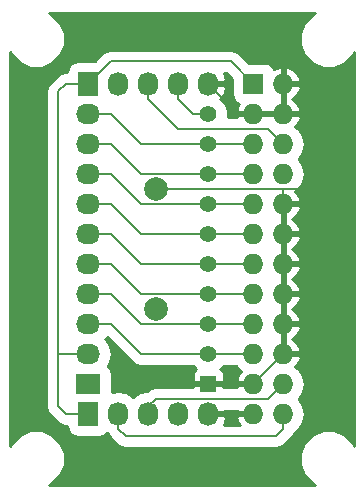
<source format=gbl>
G04 #@! TF.FileFunction,Copper,L2,Bot,Signal*
%FSLAX46Y46*%
G04 Gerber Fmt 4.6, Leading zero omitted, Abs format (unit mm)*
G04 Created by KiCad (PCBNEW (2015-12-02 BZR 6341, Git dd06abf)-product) date 27/12/2015 22:57:57*
%MOMM*%
G01*
G04 APERTURE LIST*
%ADD10C,0.100000*%
%ADD11R,1.727200X1.727200*%
%ADD12O,1.727200X1.727200*%
%ADD13R,1.397000X1.397000*%
%ADD14C,1.397000*%
%ADD15C,1.998980*%
%ADD16R,1.727200X2.032000*%
%ADD17O,1.727200X2.032000*%
%ADD18R,2.032000X1.727200*%
%ADD19O,2.032000X1.727200*%
%ADD20C,0.152400*%
%ADD21C,0.254000*%
G04 APERTURE END LIST*
D10*
D11*
X147320000Y-86360000D03*
D12*
X149860000Y-86360000D03*
X147320000Y-88900000D03*
X149860000Y-88900000D03*
X147320000Y-91440000D03*
X149860000Y-91440000D03*
X147320000Y-93980000D03*
X149860000Y-93980000D03*
X147320000Y-96520000D03*
X149860000Y-96520000D03*
X147320000Y-99060000D03*
X149860000Y-99060000D03*
X147320000Y-101600000D03*
X149860000Y-101600000D03*
X147320000Y-104140000D03*
X149860000Y-104140000D03*
X147320000Y-106680000D03*
X149860000Y-106680000D03*
X147320000Y-109220000D03*
X149860000Y-109220000D03*
X147320000Y-111760000D03*
X149860000Y-111760000D03*
X147320000Y-114300000D03*
X149860000Y-114300000D03*
D13*
X143510000Y-111760000D03*
D14*
X143510000Y-109220000D03*
X143510000Y-106680000D03*
X143510000Y-104140000D03*
X143510000Y-101600000D03*
X143510000Y-99060000D03*
X143510000Y-96520000D03*
X143510000Y-93980000D03*
X143510000Y-91440000D03*
X143510000Y-88900000D03*
D15*
X139065000Y-105410000D03*
X139065000Y-95250000D03*
D16*
X133350000Y-114300000D03*
D17*
X135890000Y-114300000D03*
X138430000Y-114300000D03*
X140970000Y-114300000D03*
X143510000Y-114300000D03*
D16*
X133350000Y-86360000D03*
D17*
X135890000Y-86360000D03*
X138430000Y-86360000D03*
X140970000Y-86360000D03*
X143510000Y-86360000D03*
D18*
X133350000Y-111760000D03*
D19*
X133350000Y-109220000D03*
X133350000Y-106680000D03*
X133350000Y-104140000D03*
X133350000Y-101600000D03*
X133350000Y-99060000D03*
X133350000Y-96520000D03*
X133350000Y-93980000D03*
X133350000Y-91440000D03*
X133350000Y-88900000D03*
D20*
X133350000Y-86360000D02*
X135255000Y-84455000D01*
X145415000Y-84455000D02*
X147320000Y-86360000D01*
X135255000Y-84455000D02*
X145415000Y-84455000D01*
X133350000Y-109220000D02*
X130810000Y-109220000D01*
X133350000Y-86360000D02*
X131445000Y-86360000D01*
X131445000Y-114300000D02*
X133350000Y-114300000D01*
X130810000Y-113665000D02*
X131445000Y-114300000D01*
X130810000Y-86995000D02*
X130810000Y-109220000D01*
X130810000Y-109220000D02*
X130810000Y-113665000D01*
X131445000Y-86360000D02*
X130810000Y-86995000D01*
X135890000Y-114300000D02*
X135890000Y-115570000D01*
X136525000Y-116205000D02*
X149225000Y-116205000D01*
X135890000Y-115570000D02*
X136525000Y-116205000D01*
X149860000Y-115570000D02*
X149860000Y-114300000D01*
X149225000Y-116205000D02*
X149860000Y-115570000D01*
X138430000Y-114300000D02*
X138430000Y-113665000D01*
X138430000Y-113665000D02*
X139065000Y-113030000D01*
X139065000Y-113030000D02*
X148590000Y-113030000D01*
X148590000Y-113030000D02*
X149860000Y-111760000D01*
X149860000Y-96520000D02*
X149860000Y-95250000D01*
X149860000Y-109220000D02*
X147320000Y-111760000D01*
X147320000Y-111760000D02*
X143510000Y-111760000D01*
X149860000Y-96520000D02*
X149860000Y-99060000D01*
X149860000Y-99060000D02*
X149860000Y-101600000D01*
X149860000Y-101600000D02*
X149860000Y-104140000D01*
X149860000Y-104140000D02*
X149860000Y-106680000D01*
X149860000Y-106680000D02*
X149860000Y-109220000D01*
X143510000Y-114300000D02*
X147320000Y-114300000D01*
X148590000Y-95250000D02*
X149860000Y-95250000D01*
X148590000Y-95250000D02*
X139065000Y-95250000D01*
X149860000Y-95250000D02*
X151130000Y-95250000D01*
X149860000Y-88900000D02*
X151130000Y-88900000D01*
X151765000Y-94615000D02*
X151765000Y-89535000D01*
X151130000Y-95250000D02*
X151765000Y-94615000D01*
X151130000Y-88900000D02*
X151765000Y-89535000D01*
X147320000Y-88900000D02*
X146050000Y-88900000D01*
X146050000Y-88900000D02*
X143510000Y-86360000D01*
X149860000Y-88900000D02*
X149860000Y-86360000D01*
X149860000Y-88900000D02*
X147320000Y-88900000D01*
X138430000Y-86360000D02*
X138430000Y-87630000D01*
X148590000Y-90170000D02*
X149860000Y-91440000D01*
X140970000Y-90170000D02*
X148590000Y-90170000D01*
X138430000Y-87630000D02*
X140970000Y-90170000D01*
X140970000Y-86360000D02*
X140970000Y-87630000D01*
X142240000Y-88900000D02*
X143510000Y-88900000D01*
X140970000Y-87630000D02*
X142240000Y-88900000D01*
X143510000Y-109220000D02*
X137795000Y-109220000D01*
X135255000Y-106680000D02*
X133350000Y-106680000D01*
X137795000Y-109220000D02*
X135255000Y-106680000D01*
X143510000Y-109220000D02*
X147320000Y-109220000D01*
X143510000Y-99060000D02*
X137795000Y-99060000D01*
X135255000Y-96520000D02*
X133350000Y-96520000D01*
X137795000Y-99060000D02*
X135255000Y-96520000D01*
X143510000Y-99060000D02*
X147320000Y-99060000D01*
X143510000Y-106680000D02*
X140970000Y-106680000D01*
X137795000Y-106680000D02*
X135255000Y-104140000D01*
X140970000Y-106680000D02*
X137795000Y-106680000D01*
X135255000Y-104140000D02*
X133350000Y-104140000D01*
X143510000Y-106680000D02*
X147320000Y-106680000D01*
X143510000Y-96520000D02*
X137795000Y-96520000D01*
X135255000Y-93980000D02*
X133350000Y-93980000D01*
X137795000Y-96520000D02*
X135255000Y-93980000D01*
X143510000Y-96520000D02*
X147320000Y-96520000D01*
X143510000Y-104140000D02*
X137795000Y-104140000D01*
X135255000Y-101600000D02*
X133350000Y-101600000D01*
X137795000Y-104140000D02*
X135255000Y-101600000D01*
X143510000Y-104140000D02*
X147320000Y-104140000D01*
X143510000Y-93980000D02*
X137795000Y-93980000D01*
X135255000Y-91440000D02*
X133350000Y-91440000D01*
X137795000Y-93980000D02*
X135255000Y-91440000D01*
X143510000Y-93980000D02*
X147320000Y-93980000D01*
X143510000Y-101600000D02*
X137795000Y-101600000D01*
X135255000Y-99060000D02*
X133350000Y-99060000D01*
X137795000Y-101600000D02*
X135255000Y-99060000D01*
X143510000Y-101600000D02*
X147320000Y-101600000D01*
X143510000Y-91440000D02*
X137795000Y-91440000D01*
X135255000Y-88900000D02*
X133350000Y-88900000D01*
X137795000Y-91440000D02*
X135255000Y-88900000D01*
X143510000Y-91440000D02*
X147320000Y-91440000D01*
D21*
G36*
X152297011Y-80491290D02*
X151613689Y-81173420D01*
X151243422Y-82065122D01*
X151242579Y-83030642D01*
X151611290Y-83922989D01*
X152293420Y-84606311D01*
X153185122Y-84976578D01*
X154150642Y-84977421D01*
X155042989Y-84608710D01*
X155726311Y-83926580D01*
X155843000Y-83645562D01*
X155843000Y-117013613D01*
X155728710Y-116737011D01*
X155046580Y-116053689D01*
X154154878Y-115683422D01*
X153189358Y-115682579D01*
X152297011Y-116051290D01*
X151613689Y-116733420D01*
X151243422Y-117625122D01*
X151242579Y-118590642D01*
X151611290Y-119482989D01*
X152293420Y-120166311D01*
X152574438Y-120283000D01*
X130001387Y-120283000D01*
X130277989Y-120168710D01*
X130961311Y-119486580D01*
X131331578Y-118594878D01*
X131332421Y-117629358D01*
X130963710Y-116737011D01*
X130281580Y-116053689D01*
X129389878Y-115683422D01*
X128424358Y-115682579D01*
X127532011Y-116051290D01*
X126848689Y-116733420D01*
X126732000Y-117014438D01*
X126732000Y-86995000D01*
X129806799Y-86995000D01*
X129806800Y-86995005D01*
X129806800Y-113664995D01*
X129806799Y-113665000D01*
X129883164Y-114048908D01*
X130100630Y-114374370D01*
X130735628Y-115009367D01*
X130735630Y-115009370D01*
X130984560Y-115175699D01*
X131061092Y-115226836D01*
X131445000Y-115303201D01*
X131445005Y-115303200D01*
X131541239Y-115303200D01*
X131541239Y-115316000D01*
X131605878Y-115659526D01*
X131808901Y-115975033D01*
X132118679Y-116186696D01*
X132486400Y-116261161D01*
X134213600Y-116261161D01*
X134557126Y-116196522D01*
X134872633Y-115993499D01*
X134905780Y-115944987D01*
X134998680Y-116007062D01*
X135180630Y-116279370D01*
X135815628Y-116914367D01*
X135815630Y-116914370D01*
X136141092Y-117131836D01*
X136525000Y-117208201D01*
X136525005Y-117208200D01*
X149224995Y-117208200D01*
X149225000Y-117208201D01*
X149608908Y-117131836D01*
X149934370Y-116914370D01*
X150569367Y-116279372D01*
X150569370Y-116279370D01*
X150786836Y-115953908D01*
X150818403Y-115795212D01*
X151161225Y-115566145D01*
X151549379Y-114985233D01*
X151685680Y-114300000D01*
X151549379Y-113614767D01*
X151161225Y-113033855D01*
X151155456Y-113030000D01*
X151161225Y-113026145D01*
X151549379Y-112445233D01*
X151685680Y-111760000D01*
X151549379Y-111074767D01*
X151161225Y-110493855D01*
X150866844Y-110297155D01*
X151142688Y-109994947D01*
X151314958Y-109579026D01*
X151193817Y-109347000D01*
X149987000Y-109347000D01*
X149987000Y-109367000D01*
X149733000Y-109367000D01*
X149733000Y-109347000D01*
X149713000Y-109347000D01*
X149713000Y-109093000D01*
X149733000Y-109093000D01*
X149733000Y-106807000D01*
X149987000Y-106807000D01*
X149987000Y-109093000D01*
X151193817Y-109093000D01*
X151314958Y-108860974D01*
X151142688Y-108445053D01*
X150748490Y-108013179D01*
X150613687Y-107950000D01*
X150748490Y-107886821D01*
X151142688Y-107454947D01*
X151314958Y-107039026D01*
X151193817Y-106807000D01*
X149987000Y-106807000D01*
X149733000Y-106807000D01*
X149713000Y-106807000D01*
X149713000Y-106553000D01*
X149733000Y-106553000D01*
X149733000Y-104267000D01*
X149987000Y-104267000D01*
X149987000Y-106553000D01*
X151193817Y-106553000D01*
X151314958Y-106320974D01*
X151142688Y-105905053D01*
X150748490Y-105473179D01*
X150613687Y-105410000D01*
X150748490Y-105346821D01*
X151142688Y-104914947D01*
X151314958Y-104499026D01*
X151193817Y-104267000D01*
X149987000Y-104267000D01*
X149733000Y-104267000D01*
X149713000Y-104267000D01*
X149713000Y-104013000D01*
X149733000Y-104013000D01*
X149733000Y-101727000D01*
X149987000Y-101727000D01*
X149987000Y-104013000D01*
X151193817Y-104013000D01*
X151314958Y-103780974D01*
X151142688Y-103365053D01*
X150748490Y-102933179D01*
X150613687Y-102870000D01*
X150748490Y-102806821D01*
X151142688Y-102374947D01*
X151314958Y-101959026D01*
X151193817Y-101727000D01*
X149987000Y-101727000D01*
X149733000Y-101727000D01*
X149713000Y-101727000D01*
X149713000Y-101473000D01*
X149733000Y-101473000D01*
X149733000Y-99187000D01*
X149987000Y-99187000D01*
X149987000Y-101473000D01*
X151193817Y-101473000D01*
X151314958Y-101240974D01*
X151142688Y-100825053D01*
X150748490Y-100393179D01*
X150613687Y-100330000D01*
X150748490Y-100266821D01*
X151142688Y-99834947D01*
X151314958Y-99419026D01*
X151193817Y-99187000D01*
X149987000Y-99187000D01*
X149733000Y-99187000D01*
X149713000Y-99187000D01*
X149713000Y-98933000D01*
X149733000Y-98933000D01*
X149733000Y-96647000D01*
X149987000Y-96647000D01*
X149987000Y-98933000D01*
X151193817Y-98933000D01*
X151314958Y-98700974D01*
X151142688Y-98285053D01*
X150748490Y-97853179D01*
X150613687Y-97790000D01*
X150748490Y-97726821D01*
X151142688Y-97294947D01*
X151314958Y-96879026D01*
X151193817Y-96647000D01*
X149987000Y-96647000D01*
X149733000Y-96647000D01*
X149713000Y-96647000D01*
X149713000Y-96393000D01*
X149733000Y-96393000D01*
X149733000Y-96373000D01*
X149987000Y-96373000D01*
X149987000Y-96393000D01*
X151193817Y-96393000D01*
X151314958Y-96160974D01*
X151142688Y-95745053D01*
X150866844Y-95442845D01*
X151161225Y-95246145D01*
X151549379Y-94665233D01*
X151685680Y-93980000D01*
X151549379Y-93294767D01*
X151161225Y-92713855D01*
X151155456Y-92710000D01*
X151161225Y-92706145D01*
X151549379Y-92125233D01*
X151685680Y-91440000D01*
X151549379Y-90754767D01*
X151161225Y-90173855D01*
X150866844Y-89977155D01*
X151142688Y-89674947D01*
X151314958Y-89259026D01*
X151193817Y-89027000D01*
X149987000Y-89027000D01*
X149987000Y-89047000D01*
X149733000Y-89047000D01*
X149733000Y-89027000D01*
X147447000Y-89027000D01*
X147447000Y-89047000D01*
X147193000Y-89047000D01*
X147193000Y-89027000D01*
X145986183Y-89027000D01*
X145913193Y-89166800D01*
X145135268Y-89166800D01*
X145135781Y-88578087D01*
X144888835Y-87980431D01*
X144510072Y-87601006D01*
X144801954Y-87274320D01*
X144995184Y-86721913D01*
X144850924Y-86487000D01*
X143637000Y-86487000D01*
X143637000Y-86507000D01*
X143383000Y-86507000D01*
X143383000Y-86487000D01*
X143363000Y-86487000D01*
X143363000Y-86233000D01*
X143383000Y-86233000D01*
X143383000Y-86213000D01*
X143637000Y-86213000D01*
X143637000Y-86233000D01*
X144850924Y-86233000D01*
X144995184Y-85998087D01*
X144806333Y-85458200D01*
X144999460Y-85458200D01*
X145511239Y-85969979D01*
X145511239Y-87223600D01*
X145575878Y-87567126D01*
X145778901Y-87882633D01*
X146074333Y-88084494D01*
X146037312Y-88125053D01*
X145865042Y-88540974D01*
X145986183Y-88773000D01*
X147193000Y-88773000D01*
X147193000Y-88753000D01*
X147447000Y-88753000D01*
X147447000Y-88773000D01*
X149733000Y-88773000D01*
X149733000Y-86487000D01*
X149987000Y-86487000D01*
X149987000Y-88773000D01*
X151193817Y-88773000D01*
X151314958Y-88540974D01*
X151142688Y-88125053D01*
X150748490Y-87693179D01*
X150613687Y-87630000D01*
X150748490Y-87566821D01*
X151142688Y-87134947D01*
X151314958Y-86719026D01*
X151193817Y-86487000D01*
X149987000Y-86487000D01*
X149733000Y-86487000D01*
X149713000Y-86487000D01*
X149713000Y-86233000D01*
X149733000Y-86233000D01*
X149733000Y-85025531D01*
X149987000Y-85025531D01*
X149987000Y-86233000D01*
X151193817Y-86233000D01*
X151314958Y-86000974D01*
X151142688Y-85585053D01*
X150748490Y-85153179D01*
X150219027Y-84905032D01*
X149987000Y-85025531D01*
X149733000Y-85025531D01*
X149500973Y-84905032D01*
X149042814Y-85119760D01*
X148861099Y-84837367D01*
X148551321Y-84625704D01*
X148183600Y-84551239D01*
X146929979Y-84551239D01*
X146124370Y-83745630D01*
X145798908Y-83528164D01*
X145415000Y-83451799D01*
X145414995Y-83451800D01*
X135255005Y-83451800D01*
X135255000Y-83451799D01*
X134871092Y-83528164D01*
X134545630Y-83745630D01*
X134545628Y-83745633D01*
X133892422Y-84398839D01*
X132486400Y-84398839D01*
X132142874Y-84463478D01*
X131827367Y-84666501D01*
X131615704Y-84976279D01*
X131541239Y-85344000D01*
X131541239Y-85356800D01*
X131445005Y-85356800D01*
X131445000Y-85356799D01*
X131061092Y-85433164D01*
X130735630Y-85650630D01*
X130735628Y-85650633D01*
X130100630Y-86285630D01*
X129883164Y-86611092D01*
X129806799Y-86995000D01*
X126732000Y-86995000D01*
X126732000Y-83646387D01*
X126846290Y-83922989D01*
X127528420Y-84606311D01*
X128420122Y-84976578D01*
X129385642Y-84977421D01*
X130277989Y-84608710D01*
X130961311Y-83926580D01*
X131331578Y-83034878D01*
X131332421Y-82069358D01*
X130963710Y-81177011D01*
X130281580Y-80493689D01*
X130000562Y-80377000D01*
X152573613Y-80377000D01*
X152297011Y-80491290D01*
X152297011Y-80491290D01*
G37*
X152297011Y-80491290D02*
X151613689Y-81173420D01*
X151243422Y-82065122D01*
X151242579Y-83030642D01*
X151611290Y-83922989D01*
X152293420Y-84606311D01*
X153185122Y-84976578D01*
X154150642Y-84977421D01*
X155042989Y-84608710D01*
X155726311Y-83926580D01*
X155843000Y-83645562D01*
X155843000Y-117013613D01*
X155728710Y-116737011D01*
X155046580Y-116053689D01*
X154154878Y-115683422D01*
X153189358Y-115682579D01*
X152297011Y-116051290D01*
X151613689Y-116733420D01*
X151243422Y-117625122D01*
X151242579Y-118590642D01*
X151611290Y-119482989D01*
X152293420Y-120166311D01*
X152574438Y-120283000D01*
X130001387Y-120283000D01*
X130277989Y-120168710D01*
X130961311Y-119486580D01*
X131331578Y-118594878D01*
X131332421Y-117629358D01*
X130963710Y-116737011D01*
X130281580Y-116053689D01*
X129389878Y-115683422D01*
X128424358Y-115682579D01*
X127532011Y-116051290D01*
X126848689Y-116733420D01*
X126732000Y-117014438D01*
X126732000Y-86995000D01*
X129806799Y-86995000D01*
X129806800Y-86995005D01*
X129806800Y-113664995D01*
X129806799Y-113665000D01*
X129883164Y-114048908D01*
X130100630Y-114374370D01*
X130735628Y-115009367D01*
X130735630Y-115009370D01*
X130984560Y-115175699D01*
X131061092Y-115226836D01*
X131445000Y-115303201D01*
X131445005Y-115303200D01*
X131541239Y-115303200D01*
X131541239Y-115316000D01*
X131605878Y-115659526D01*
X131808901Y-115975033D01*
X132118679Y-116186696D01*
X132486400Y-116261161D01*
X134213600Y-116261161D01*
X134557126Y-116196522D01*
X134872633Y-115993499D01*
X134905780Y-115944987D01*
X134998680Y-116007062D01*
X135180630Y-116279370D01*
X135815628Y-116914367D01*
X135815630Y-116914370D01*
X136141092Y-117131836D01*
X136525000Y-117208201D01*
X136525005Y-117208200D01*
X149224995Y-117208200D01*
X149225000Y-117208201D01*
X149608908Y-117131836D01*
X149934370Y-116914370D01*
X150569367Y-116279372D01*
X150569370Y-116279370D01*
X150786836Y-115953908D01*
X150818403Y-115795212D01*
X151161225Y-115566145D01*
X151549379Y-114985233D01*
X151685680Y-114300000D01*
X151549379Y-113614767D01*
X151161225Y-113033855D01*
X151155456Y-113030000D01*
X151161225Y-113026145D01*
X151549379Y-112445233D01*
X151685680Y-111760000D01*
X151549379Y-111074767D01*
X151161225Y-110493855D01*
X150866844Y-110297155D01*
X151142688Y-109994947D01*
X151314958Y-109579026D01*
X151193817Y-109347000D01*
X149987000Y-109347000D01*
X149987000Y-109367000D01*
X149733000Y-109367000D01*
X149733000Y-109347000D01*
X149713000Y-109347000D01*
X149713000Y-109093000D01*
X149733000Y-109093000D01*
X149733000Y-106807000D01*
X149987000Y-106807000D01*
X149987000Y-109093000D01*
X151193817Y-109093000D01*
X151314958Y-108860974D01*
X151142688Y-108445053D01*
X150748490Y-108013179D01*
X150613687Y-107950000D01*
X150748490Y-107886821D01*
X151142688Y-107454947D01*
X151314958Y-107039026D01*
X151193817Y-106807000D01*
X149987000Y-106807000D01*
X149733000Y-106807000D01*
X149713000Y-106807000D01*
X149713000Y-106553000D01*
X149733000Y-106553000D01*
X149733000Y-104267000D01*
X149987000Y-104267000D01*
X149987000Y-106553000D01*
X151193817Y-106553000D01*
X151314958Y-106320974D01*
X151142688Y-105905053D01*
X150748490Y-105473179D01*
X150613687Y-105410000D01*
X150748490Y-105346821D01*
X151142688Y-104914947D01*
X151314958Y-104499026D01*
X151193817Y-104267000D01*
X149987000Y-104267000D01*
X149733000Y-104267000D01*
X149713000Y-104267000D01*
X149713000Y-104013000D01*
X149733000Y-104013000D01*
X149733000Y-101727000D01*
X149987000Y-101727000D01*
X149987000Y-104013000D01*
X151193817Y-104013000D01*
X151314958Y-103780974D01*
X151142688Y-103365053D01*
X150748490Y-102933179D01*
X150613687Y-102870000D01*
X150748490Y-102806821D01*
X151142688Y-102374947D01*
X151314958Y-101959026D01*
X151193817Y-101727000D01*
X149987000Y-101727000D01*
X149733000Y-101727000D01*
X149713000Y-101727000D01*
X149713000Y-101473000D01*
X149733000Y-101473000D01*
X149733000Y-99187000D01*
X149987000Y-99187000D01*
X149987000Y-101473000D01*
X151193817Y-101473000D01*
X151314958Y-101240974D01*
X151142688Y-100825053D01*
X150748490Y-100393179D01*
X150613687Y-100330000D01*
X150748490Y-100266821D01*
X151142688Y-99834947D01*
X151314958Y-99419026D01*
X151193817Y-99187000D01*
X149987000Y-99187000D01*
X149733000Y-99187000D01*
X149713000Y-99187000D01*
X149713000Y-98933000D01*
X149733000Y-98933000D01*
X149733000Y-96647000D01*
X149987000Y-96647000D01*
X149987000Y-98933000D01*
X151193817Y-98933000D01*
X151314958Y-98700974D01*
X151142688Y-98285053D01*
X150748490Y-97853179D01*
X150613687Y-97790000D01*
X150748490Y-97726821D01*
X151142688Y-97294947D01*
X151314958Y-96879026D01*
X151193817Y-96647000D01*
X149987000Y-96647000D01*
X149733000Y-96647000D01*
X149713000Y-96647000D01*
X149713000Y-96393000D01*
X149733000Y-96393000D01*
X149733000Y-96373000D01*
X149987000Y-96373000D01*
X149987000Y-96393000D01*
X151193817Y-96393000D01*
X151314958Y-96160974D01*
X151142688Y-95745053D01*
X150866844Y-95442845D01*
X151161225Y-95246145D01*
X151549379Y-94665233D01*
X151685680Y-93980000D01*
X151549379Y-93294767D01*
X151161225Y-92713855D01*
X151155456Y-92710000D01*
X151161225Y-92706145D01*
X151549379Y-92125233D01*
X151685680Y-91440000D01*
X151549379Y-90754767D01*
X151161225Y-90173855D01*
X150866844Y-89977155D01*
X151142688Y-89674947D01*
X151314958Y-89259026D01*
X151193817Y-89027000D01*
X149987000Y-89027000D01*
X149987000Y-89047000D01*
X149733000Y-89047000D01*
X149733000Y-89027000D01*
X147447000Y-89027000D01*
X147447000Y-89047000D01*
X147193000Y-89047000D01*
X147193000Y-89027000D01*
X145986183Y-89027000D01*
X145913193Y-89166800D01*
X145135268Y-89166800D01*
X145135781Y-88578087D01*
X144888835Y-87980431D01*
X144510072Y-87601006D01*
X144801954Y-87274320D01*
X144995184Y-86721913D01*
X144850924Y-86487000D01*
X143637000Y-86487000D01*
X143637000Y-86507000D01*
X143383000Y-86507000D01*
X143383000Y-86487000D01*
X143363000Y-86487000D01*
X143363000Y-86233000D01*
X143383000Y-86233000D01*
X143383000Y-86213000D01*
X143637000Y-86213000D01*
X143637000Y-86233000D01*
X144850924Y-86233000D01*
X144995184Y-85998087D01*
X144806333Y-85458200D01*
X144999460Y-85458200D01*
X145511239Y-85969979D01*
X145511239Y-87223600D01*
X145575878Y-87567126D01*
X145778901Y-87882633D01*
X146074333Y-88084494D01*
X146037312Y-88125053D01*
X145865042Y-88540974D01*
X145986183Y-88773000D01*
X147193000Y-88773000D01*
X147193000Y-88753000D01*
X147447000Y-88753000D01*
X147447000Y-88773000D01*
X149733000Y-88773000D01*
X149733000Y-86487000D01*
X149987000Y-86487000D01*
X149987000Y-88773000D01*
X151193817Y-88773000D01*
X151314958Y-88540974D01*
X151142688Y-88125053D01*
X150748490Y-87693179D01*
X150613687Y-87630000D01*
X150748490Y-87566821D01*
X151142688Y-87134947D01*
X151314958Y-86719026D01*
X151193817Y-86487000D01*
X149987000Y-86487000D01*
X149733000Y-86487000D01*
X149713000Y-86487000D01*
X149713000Y-86233000D01*
X149733000Y-86233000D01*
X149733000Y-85025531D01*
X149987000Y-85025531D01*
X149987000Y-86233000D01*
X151193817Y-86233000D01*
X151314958Y-86000974D01*
X151142688Y-85585053D01*
X150748490Y-85153179D01*
X150219027Y-84905032D01*
X149987000Y-85025531D01*
X149733000Y-85025531D01*
X149500973Y-84905032D01*
X149042814Y-85119760D01*
X148861099Y-84837367D01*
X148551321Y-84625704D01*
X148183600Y-84551239D01*
X146929979Y-84551239D01*
X146124370Y-83745630D01*
X145798908Y-83528164D01*
X145415000Y-83451799D01*
X145414995Y-83451800D01*
X135255005Y-83451800D01*
X135255000Y-83451799D01*
X134871092Y-83528164D01*
X134545630Y-83745630D01*
X134545628Y-83745633D01*
X133892422Y-84398839D01*
X132486400Y-84398839D01*
X132142874Y-84463478D01*
X131827367Y-84666501D01*
X131615704Y-84976279D01*
X131541239Y-85344000D01*
X131541239Y-85356800D01*
X131445005Y-85356800D01*
X131445000Y-85356799D01*
X131061092Y-85433164D01*
X130735630Y-85650630D01*
X130735628Y-85650633D01*
X130100630Y-86285630D01*
X129883164Y-86611092D01*
X129806799Y-86995000D01*
X126732000Y-86995000D01*
X126732000Y-83646387D01*
X126846290Y-83922989D01*
X127528420Y-84606311D01*
X128420122Y-84976578D01*
X129385642Y-84977421D01*
X130277989Y-84608710D01*
X130961311Y-83926580D01*
X131331578Y-83034878D01*
X131332421Y-82069358D01*
X130963710Y-81177011D01*
X130281580Y-80493689D01*
X130000562Y-80377000D01*
X152573613Y-80377000D01*
X152297011Y-80491290D01*
G36*
X145986183Y-114173000D02*
X147193000Y-114173000D01*
X147193000Y-114153000D01*
X147447000Y-114153000D01*
X147447000Y-114173000D01*
X147467000Y-114173000D01*
X147467000Y-114427000D01*
X147447000Y-114427000D01*
X147447000Y-114447000D01*
X147193000Y-114447000D01*
X147193000Y-114427000D01*
X145986183Y-114427000D01*
X145865042Y-114659026D01*
X146037312Y-115074947D01*
X146153099Y-115201800D01*
X144806333Y-115201800D01*
X144995184Y-114661913D01*
X144850924Y-114427000D01*
X143637000Y-114427000D01*
X143637000Y-114447000D01*
X143383000Y-114447000D01*
X143383000Y-114427000D01*
X143363000Y-114427000D01*
X143363000Y-114173000D01*
X143383000Y-114173000D01*
X143383000Y-114153000D01*
X143637000Y-114153000D01*
X143637000Y-114173000D01*
X144850924Y-114173000D01*
X144936775Y-114033200D01*
X145913193Y-114033200D01*
X145986183Y-114173000D01*
X145986183Y-114173000D01*
G37*
X145986183Y-114173000D02*
X147193000Y-114173000D01*
X147193000Y-114153000D01*
X147447000Y-114153000D01*
X147447000Y-114173000D01*
X147467000Y-114173000D01*
X147467000Y-114427000D01*
X147447000Y-114427000D01*
X147447000Y-114447000D01*
X147193000Y-114447000D01*
X147193000Y-114427000D01*
X145986183Y-114427000D01*
X145865042Y-114659026D01*
X146037312Y-115074947D01*
X146153099Y-115201800D01*
X144806333Y-115201800D01*
X144995184Y-114661913D01*
X144850924Y-114427000D01*
X143637000Y-114427000D01*
X143637000Y-114447000D01*
X143383000Y-114447000D01*
X143383000Y-114427000D01*
X143363000Y-114427000D01*
X143363000Y-114173000D01*
X143383000Y-114173000D01*
X143383000Y-114153000D01*
X143637000Y-114153000D01*
X143637000Y-114173000D01*
X144850924Y-114173000D01*
X144936775Y-114033200D01*
X145913193Y-114033200D01*
X145986183Y-114173000D01*
G36*
X137085628Y-109929367D02*
X137085630Y-109929370D01*
X137411092Y-110146836D01*
X137795000Y-110223200D01*
X142214650Y-110223200D01*
X142495876Y-110504917D01*
X142451801Y-110523173D01*
X142273173Y-110701802D01*
X142176500Y-110935191D01*
X142176500Y-111474250D01*
X142335250Y-111633000D01*
X143383000Y-111633000D01*
X143383000Y-111613000D01*
X143637000Y-111613000D01*
X143637000Y-111633000D01*
X144684750Y-111633000D01*
X144843500Y-111474250D01*
X144843500Y-110935191D01*
X144746827Y-110701802D01*
X144568199Y-110523173D01*
X144523790Y-110504778D01*
X144805860Y-110223200D01*
X145843080Y-110223200D01*
X146018775Y-110486145D01*
X146313156Y-110682845D01*
X146037312Y-110985053D01*
X145865042Y-111400974D01*
X145986183Y-111633000D01*
X147193000Y-111633000D01*
X147193000Y-111613000D01*
X147447000Y-111613000D01*
X147447000Y-111633000D01*
X147467000Y-111633000D01*
X147467000Y-111887000D01*
X147447000Y-111887000D01*
X147447000Y-111907000D01*
X147193000Y-111907000D01*
X147193000Y-111887000D01*
X145986183Y-111887000D01*
X145913193Y-112026800D01*
X144824550Y-112026800D01*
X144684750Y-111887000D01*
X143637000Y-111887000D01*
X143637000Y-111907000D01*
X143383000Y-111907000D01*
X143383000Y-111887000D01*
X142335250Y-111887000D01*
X142195450Y-112026800D01*
X139065005Y-112026800D01*
X139065000Y-112026799D01*
X138681092Y-112103164D01*
X138355630Y-112320630D01*
X138355628Y-112320633D01*
X138339282Y-112336979D01*
X137744767Y-112455235D01*
X137163855Y-112843389D01*
X137160000Y-112849158D01*
X137156145Y-112843389D01*
X136575233Y-112455235D01*
X135890000Y-112318934D01*
X135311161Y-112434072D01*
X135311161Y-110896400D01*
X135246522Y-110552874D01*
X135043499Y-110237367D01*
X134994987Y-110204220D01*
X135194765Y-109905233D01*
X135331066Y-109220000D01*
X135194765Y-108534767D01*
X134806611Y-107953855D01*
X134800842Y-107950000D01*
X134806611Y-107946145D01*
X134925090Y-107768830D01*
X137085628Y-109929367D01*
X137085628Y-109929367D01*
G37*
X137085628Y-109929367D02*
X137085630Y-109929370D01*
X137411092Y-110146836D01*
X137795000Y-110223200D01*
X142214650Y-110223200D01*
X142495876Y-110504917D01*
X142451801Y-110523173D01*
X142273173Y-110701802D01*
X142176500Y-110935191D01*
X142176500Y-111474250D01*
X142335250Y-111633000D01*
X143383000Y-111633000D01*
X143383000Y-111613000D01*
X143637000Y-111613000D01*
X143637000Y-111633000D01*
X144684750Y-111633000D01*
X144843500Y-111474250D01*
X144843500Y-110935191D01*
X144746827Y-110701802D01*
X144568199Y-110523173D01*
X144523790Y-110504778D01*
X144805860Y-110223200D01*
X145843080Y-110223200D01*
X146018775Y-110486145D01*
X146313156Y-110682845D01*
X146037312Y-110985053D01*
X145865042Y-111400974D01*
X145986183Y-111633000D01*
X147193000Y-111633000D01*
X147193000Y-111613000D01*
X147447000Y-111613000D01*
X147447000Y-111633000D01*
X147467000Y-111633000D01*
X147467000Y-111887000D01*
X147447000Y-111887000D01*
X147447000Y-111907000D01*
X147193000Y-111907000D01*
X147193000Y-111887000D01*
X145986183Y-111887000D01*
X145913193Y-112026800D01*
X144824550Y-112026800D01*
X144684750Y-111887000D01*
X143637000Y-111887000D01*
X143637000Y-111907000D01*
X143383000Y-111907000D01*
X143383000Y-111887000D01*
X142335250Y-111887000D01*
X142195450Y-112026800D01*
X139065005Y-112026800D01*
X139065000Y-112026799D01*
X138681092Y-112103164D01*
X138355630Y-112320630D01*
X138355628Y-112320633D01*
X138339282Y-112336979D01*
X137744767Y-112455235D01*
X137163855Y-112843389D01*
X137160000Y-112849158D01*
X137156145Y-112843389D01*
X136575233Y-112455235D01*
X135890000Y-112318934D01*
X135311161Y-112434072D01*
X135311161Y-110896400D01*
X135246522Y-110552874D01*
X135043499Y-110237367D01*
X134994987Y-110204220D01*
X135194765Y-109905233D01*
X135331066Y-109220000D01*
X135194765Y-108534767D01*
X134806611Y-107953855D01*
X134800842Y-107950000D01*
X134806611Y-107946145D01*
X134925090Y-107768830D01*
X137085628Y-109929367D01*
G36*
X139258748Y-95235858D02*
X139244605Y-95250000D01*
X139258748Y-95264143D01*
X139079143Y-95443748D01*
X139065000Y-95429605D01*
X139050858Y-95443748D01*
X138871253Y-95264143D01*
X138885395Y-95250000D01*
X138871253Y-95235858D01*
X139050858Y-95056253D01*
X139065000Y-95070395D01*
X139079143Y-95056253D01*
X139258748Y-95235858D01*
X139258748Y-95235858D01*
G37*
X139258748Y-95235858D02*
X139244605Y-95250000D01*
X139258748Y-95264143D01*
X139079143Y-95443748D01*
X139065000Y-95429605D01*
X139050858Y-95443748D01*
X138871253Y-95264143D01*
X138885395Y-95250000D01*
X138871253Y-95235858D01*
X139050858Y-95056253D01*
X139065000Y-95070395D01*
X139079143Y-95056253D01*
X139258748Y-95235858D01*
M02*

</source>
